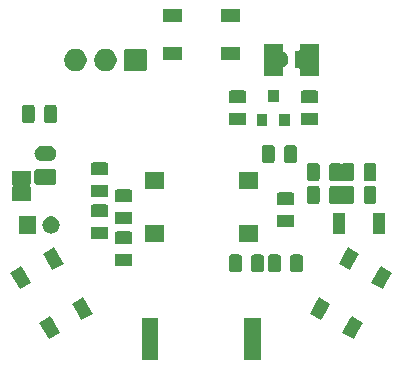
<source format=gbr>
G04 #@! TF.GenerationSoftware,KiCad,Pcbnew,5.0.2+dfsg1-1~bpo9+1*
G04 #@! TF.CreationDate,2019-05-22T13:48:08+02:00*
G04 #@! TF.ProjectId,MainDisk,4d61696e-4469-4736-9b2e-6b696361645f,rev?*
G04 #@! TF.SameCoordinates,Original*
G04 #@! TF.FileFunction,Soldermask,Top*
G04 #@! TF.FilePolarity,Negative*
%FSLAX46Y46*%
G04 Gerber Fmt 4.6, Leading zero omitted, Abs format (unit mm)*
G04 Created by KiCad (PCBNEW 5.0.2+dfsg1-1~bpo9+1) date Wed 22 May 2019 13:48:08 CEST*
%MOMM*%
%LPD*%
G01*
G04 APERTURE LIST*
%ADD10C,0.100000*%
G04 APERTURE END LIST*
D10*
G36*
X157451000Y-82777000D02*
X156049000Y-82777000D01*
X156049000Y-79275000D01*
X157451000Y-79275000D01*
X157451000Y-82777000D01*
X157451000Y-82777000D01*
G37*
G36*
X148751000Y-82777000D02*
X147349000Y-82777000D01*
X147349000Y-79275000D01*
X148751000Y-79275000D01*
X148751000Y-82777000D01*
X148751000Y-82777000D01*
G37*
G36*
X139811399Y-79456149D02*
X140417039Y-80505148D01*
X140417039Y-80505149D01*
X139462679Y-81056149D01*
X139062179Y-80362462D01*
X138661679Y-79668776D01*
X138661679Y-79668775D01*
X139616039Y-79117775D01*
X139811399Y-79456149D01*
X139811399Y-79456149D01*
G37*
G36*
X166087521Y-79668775D02*
X166087521Y-79668776D01*
X165687021Y-80362462D01*
X165286521Y-81056149D01*
X164332161Y-80505149D01*
X164332161Y-80505148D01*
X164937801Y-79456149D01*
X165133161Y-79117775D01*
X166087521Y-79668775D01*
X166087521Y-79668775D01*
G37*
G36*
X142705441Y-78068775D02*
X143188321Y-78905148D01*
X143188321Y-78905149D01*
X142233961Y-79456149D01*
X141833461Y-78762462D01*
X141432961Y-78068776D01*
X141432961Y-78068775D01*
X142387321Y-77517775D01*
X142705441Y-78068775D01*
X142705441Y-78068775D01*
G37*
G36*
X163316239Y-78068775D02*
X163316239Y-78068776D01*
X162915739Y-78762462D01*
X162515239Y-79456149D01*
X161560879Y-78905149D01*
X161560879Y-78905148D01*
X162043759Y-78068775D01*
X162361879Y-77517775D01*
X163316239Y-78068775D01*
X163316239Y-78068775D01*
G37*
G36*
X137455839Y-75376200D02*
X137967039Y-76261624D01*
X137967039Y-76261625D01*
X137012679Y-76812625D01*
X136612179Y-76118938D01*
X136211679Y-75425252D01*
X136211679Y-75425251D01*
X137166039Y-74874251D01*
X137455839Y-75376200D01*
X137455839Y-75376200D01*
G37*
G36*
X168537521Y-75425251D02*
X168537521Y-75425252D01*
X168137021Y-76118938D01*
X167736521Y-76812625D01*
X166782161Y-76261625D01*
X166782161Y-76261624D01*
X167293361Y-75376200D01*
X167583161Y-74874251D01*
X168537521Y-75425251D01*
X168537521Y-75425251D01*
G37*
G36*
X158946466Y-73878765D02*
X158985137Y-73890496D01*
X159020779Y-73909548D01*
X159052017Y-73935183D01*
X159077652Y-73966421D01*
X159096704Y-74002063D01*
X159108435Y-74040734D01*
X159113000Y-74087088D01*
X159113000Y-75163312D01*
X159108435Y-75209666D01*
X159096704Y-75248337D01*
X159077652Y-75283979D01*
X159052017Y-75315217D01*
X159020779Y-75340852D01*
X158985137Y-75359904D01*
X158946466Y-75371635D01*
X158900112Y-75376200D01*
X158248888Y-75376200D01*
X158202534Y-75371635D01*
X158163863Y-75359904D01*
X158128221Y-75340852D01*
X158096983Y-75315217D01*
X158071348Y-75283979D01*
X158052296Y-75248337D01*
X158040565Y-75209666D01*
X158036000Y-75163312D01*
X158036000Y-74087088D01*
X158040565Y-74040734D01*
X158052296Y-74002063D01*
X158071348Y-73966421D01*
X158096983Y-73935183D01*
X158128221Y-73909548D01*
X158163863Y-73890496D01*
X158202534Y-73878765D01*
X158248888Y-73874200D01*
X158900112Y-73874200D01*
X158946466Y-73878765D01*
X158946466Y-73878765D01*
G37*
G36*
X160821466Y-73878765D02*
X160860137Y-73890496D01*
X160895779Y-73909548D01*
X160927017Y-73935183D01*
X160952652Y-73966421D01*
X160971704Y-74002063D01*
X160983435Y-74040734D01*
X160988000Y-74087088D01*
X160988000Y-75163312D01*
X160983435Y-75209666D01*
X160971704Y-75248337D01*
X160952652Y-75283979D01*
X160927017Y-75315217D01*
X160895779Y-75340852D01*
X160860137Y-75359904D01*
X160821466Y-75371635D01*
X160775112Y-75376200D01*
X160123888Y-75376200D01*
X160077534Y-75371635D01*
X160038863Y-75359904D01*
X160003221Y-75340852D01*
X159971983Y-75315217D01*
X159946348Y-75283979D01*
X159927296Y-75248337D01*
X159915565Y-75209666D01*
X159911000Y-75163312D01*
X159911000Y-74087088D01*
X159915565Y-74040734D01*
X159927296Y-74002063D01*
X159946348Y-73966421D01*
X159971983Y-73935183D01*
X160003221Y-73909548D01*
X160038863Y-73890496D01*
X160077534Y-73878765D01*
X160123888Y-73874200D01*
X160775112Y-73874200D01*
X160821466Y-73878765D01*
X160821466Y-73878765D01*
G37*
G36*
X155644466Y-73878765D02*
X155683137Y-73890496D01*
X155718779Y-73909548D01*
X155750017Y-73935183D01*
X155775652Y-73966421D01*
X155794704Y-74002063D01*
X155806435Y-74040734D01*
X155811000Y-74087088D01*
X155811000Y-75163312D01*
X155806435Y-75209666D01*
X155794704Y-75248337D01*
X155775652Y-75283979D01*
X155750017Y-75315217D01*
X155718779Y-75340852D01*
X155683137Y-75359904D01*
X155644466Y-75371635D01*
X155598112Y-75376200D01*
X154946888Y-75376200D01*
X154900534Y-75371635D01*
X154861863Y-75359904D01*
X154826221Y-75340852D01*
X154794983Y-75315217D01*
X154769348Y-75283979D01*
X154750296Y-75248337D01*
X154738565Y-75209666D01*
X154734000Y-75163312D01*
X154734000Y-74087088D01*
X154738565Y-74040734D01*
X154750296Y-74002063D01*
X154769348Y-73966421D01*
X154794983Y-73935183D01*
X154826221Y-73909548D01*
X154861863Y-73890496D01*
X154900534Y-73878765D01*
X154946888Y-73874200D01*
X155598112Y-73874200D01*
X155644466Y-73878765D01*
X155644466Y-73878765D01*
G37*
G36*
X157519466Y-73878765D02*
X157558137Y-73890496D01*
X157593779Y-73909548D01*
X157625017Y-73935183D01*
X157650652Y-73966421D01*
X157669704Y-74002063D01*
X157681435Y-74040734D01*
X157686000Y-74087088D01*
X157686000Y-75163312D01*
X157681435Y-75209666D01*
X157669704Y-75248337D01*
X157650652Y-75283979D01*
X157625017Y-75315217D01*
X157593779Y-75340852D01*
X157558137Y-75359904D01*
X157519466Y-75371635D01*
X157473112Y-75376200D01*
X156821888Y-75376200D01*
X156775534Y-75371635D01*
X156736863Y-75359904D01*
X156701221Y-75340852D01*
X156669983Y-75315217D01*
X156644348Y-75283979D01*
X156625296Y-75248337D01*
X156613565Y-75209666D01*
X156609000Y-75163312D01*
X156609000Y-74087088D01*
X156613565Y-74040734D01*
X156625296Y-74002063D01*
X156644348Y-73966421D01*
X156669983Y-73935183D01*
X156701221Y-73909548D01*
X156736863Y-73890496D01*
X156775534Y-73878765D01*
X156821888Y-73874200D01*
X157473112Y-73874200D01*
X157519466Y-73878765D01*
X157519466Y-73878765D01*
G37*
G36*
X140264157Y-73840348D02*
X140738321Y-74661624D01*
X140738321Y-74661625D01*
X139783961Y-75212625D01*
X139136346Y-74090922D01*
X138982961Y-73825252D01*
X138982961Y-73825251D01*
X139937321Y-73274251D01*
X140264157Y-73840348D01*
X140264157Y-73840348D01*
G37*
G36*
X165766239Y-73825251D02*
X165766239Y-73825252D01*
X165612854Y-74090922D01*
X164965239Y-75212625D01*
X164010879Y-74661625D01*
X164010879Y-74661624D01*
X164485043Y-73840348D01*
X164811879Y-73274251D01*
X165766239Y-73825251D01*
X165766239Y-73825251D01*
G37*
G36*
X146380466Y-73809565D02*
X146419137Y-73821296D01*
X146454779Y-73840348D01*
X146486017Y-73865983D01*
X146511652Y-73897221D01*
X146530704Y-73932863D01*
X146542435Y-73971534D01*
X146547000Y-74017888D01*
X146547000Y-74669112D01*
X146542435Y-74715466D01*
X146530704Y-74754137D01*
X146511652Y-74789779D01*
X146486017Y-74821017D01*
X146454779Y-74846652D01*
X146419137Y-74865704D01*
X146380466Y-74877435D01*
X146334112Y-74882000D01*
X145257888Y-74882000D01*
X145211534Y-74877435D01*
X145172863Y-74865704D01*
X145137221Y-74846652D01*
X145105983Y-74821017D01*
X145080348Y-74789779D01*
X145061296Y-74754137D01*
X145049565Y-74715466D01*
X145045000Y-74669112D01*
X145045000Y-74017888D01*
X145049565Y-73971534D01*
X145061296Y-73932863D01*
X145080348Y-73897221D01*
X145105983Y-73865983D01*
X145137221Y-73840348D01*
X145172863Y-73821296D01*
X145211534Y-73809565D01*
X145257888Y-73805000D01*
X146334112Y-73805000D01*
X146380466Y-73809565D01*
X146380466Y-73809565D01*
G37*
G36*
X146380466Y-71934565D02*
X146419137Y-71946296D01*
X146454779Y-71965348D01*
X146486017Y-71990983D01*
X146511652Y-72022221D01*
X146530704Y-72057863D01*
X146542435Y-72096534D01*
X146547000Y-72142888D01*
X146547000Y-72794112D01*
X146542435Y-72840466D01*
X146530704Y-72879137D01*
X146511652Y-72914779D01*
X146486017Y-72946017D01*
X146454779Y-72971652D01*
X146419137Y-72990704D01*
X146380466Y-73002435D01*
X146334112Y-73007000D01*
X145257888Y-73007000D01*
X145211534Y-73002435D01*
X145172863Y-72990704D01*
X145137221Y-72971652D01*
X145105983Y-72946017D01*
X145080348Y-72914779D01*
X145061296Y-72879137D01*
X145049565Y-72840466D01*
X145045000Y-72794112D01*
X145045000Y-72142888D01*
X145049565Y-72096534D01*
X145061296Y-72057863D01*
X145080348Y-72022221D01*
X145105983Y-71990983D01*
X145137221Y-71965348D01*
X145172863Y-71946296D01*
X145211534Y-71934565D01*
X145257888Y-71930000D01*
X146334112Y-71930000D01*
X146380466Y-71934565D01*
X146380466Y-71934565D01*
G37*
G36*
X149246000Y-72801000D02*
X147594000Y-72801000D01*
X147594000Y-71399000D01*
X149246000Y-71399000D01*
X149246000Y-72801000D01*
X149246000Y-72801000D01*
G37*
G36*
X157206000Y-72801000D02*
X155554000Y-72801000D01*
X155554000Y-71399000D01*
X157206000Y-71399000D01*
X157206000Y-72801000D01*
X157206000Y-72801000D01*
G37*
G36*
X144348466Y-71523565D02*
X144387137Y-71535296D01*
X144422779Y-71554348D01*
X144454017Y-71579983D01*
X144479652Y-71611221D01*
X144498704Y-71646863D01*
X144510435Y-71685534D01*
X144515000Y-71731888D01*
X144515000Y-72383112D01*
X144510435Y-72429466D01*
X144498704Y-72468137D01*
X144479652Y-72503779D01*
X144454017Y-72535017D01*
X144422779Y-72560652D01*
X144387137Y-72579704D01*
X144348466Y-72591435D01*
X144302112Y-72596000D01*
X143225888Y-72596000D01*
X143179534Y-72591435D01*
X143140863Y-72579704D01*
X143105221Y-72560652D01*
X143073983Y-72535017D01*
X143048348Y-72503779D01*
X143029296Y-72468137D01*
X143017565Y-72429466D01*
X143013000Y-72383112D01*
X143013000Y-71731888D01*
X143017565Y-71685534D01*
X143029296Y-71646863D01*
X143048348Y-71611221D01*
X143073983Y-71579983D01*
X143105221Y-71554348D01*
X143140863Y-71535296D01*
X143179534Y-71523565D01*
X143225888Y-71519000D01*
X144302112Y-71519000D01*
X144348466Y-71523565D01*
X144348466Y-71523565D01*
G37*
G36*
X164561400Y-72173400D02*
X163559400Y-72173400D01*
X163559400Y-70371400D01*
X164561400Y-70371400D01*
X164561400Y-72173400D01*
X164561400Y-72173400D01*
G37*
G36*
X167961400Y-72173400D02*
X166959400Y-72173400D01*
X166959400Y-70371400D01*
X167961400Y-70371400D01*
X167961400Y-72173400D01*
X167961400Y-72173400D01*
G37*
G36*
X139724991Y-70650101D02*
X139810321Y-70658505D01*
X139947172Y-70700019D01*
X139947174Y-70700020D01*
X139947177Y-70700021D01*
X140073296Y-70767432D01*
X140183843Y-70858157D01*
X140274568Y-70968704D01*
X140341979Y-71094823D01*
X140341980Y-71094826D01*
X140341981Y-71094828D01*
X140383495Y-71231679D01*
X140397512Y-71374000D01*
X140383495Y-71516321D01*
X140341981Y-71653172D01*
X140341979Y-71653177D01*
X140274568Y-71779296D01*
X140183843Y-71889843D01*
X140073296Y-71980568D01*
X139947177Y-72047979D01*
X139947174Y-72047980D01*
X139947172Y-72047981D01*
X139810321Y-72089495D01*
X139724991Y-72097899D01*
X139703660Y-72100000D01*
X139632340Y-72100000D01*
X139611009Y-72097899D01*
X139525679Y-72089495D01*
X139388828Y-72047981D01*
X139388826Y-72047980D01*
X139388823Y-72047979D01*
X139262704Y-71980568D01*
X139152157Y-71889843D01*
X139061432Y-71779296D01*
X138994021Y-71653177D01*
X138994019Y-71653172D01*
X138952505Y-71516321D01*
X138938488Y-71374000D01*
X138952505Y-71231679D01*
X138994019Y-71094828D01*
X138994020Y-71094826D01*
X138994021Y-71094823D01*
X139061432Y-70968704D01*
X139152157Y-70858157D01*
X139262704Y-70767432D01*
X139388823Y-70700021D01*
X139388826Y-70700020D01*
X139388828Y-70700019D01*
X139525679Y-70658505D01*
X139611009Y-70650101D01*
X139632340Y-70648000D01*
X139703660Y-70648000D01*
X139724991Y-70650101D01*
X139724991Y-70650101D01*
G37*
G36*
X138394000Y-72100000D02*
X136942000Y-72100000D01*
X136942000Y-70648000D01*
X138394000Y-70648000D01*
X138394000Y-72100000D01*
X138394000Y-72100000D01*
G37*
G36*
X160096466Y-70507565D02*
X160135137Y-70519296D01*
X160170779Y-70538348D01*
X160202017Y-70563983D01*
X160227652Y-70595221D01*
X160246704Y-70630863D01*
X160258435Y-70669534D01*
X160263000Y-70715888D01*
X160263000Y-71367112D01*
X160258435Y-71413466D01*
X160246704Y-71452137D01*
X160227652Y-71487779D01*
X160202017Y-71519017D01*
X160170779Y-71544652D01*
X160135137Y-71563704D01*
X160096466Y-71575435D01*
X160050112Y-71580000D01*
X158973888Y-71580000D01*
X158927534Y-71575435D01*
X158888863Y-71563704D01*
X158853221Y-71544652D01*
X158821983Y-71519017D01*
X158796348Y-71487779D01*
X158777296Y-71452137D01*
X158765565Y-71413466D01*
X158761000Y-71367112D01*
X158761000Y-70715888D01*
X158765565Y-70669534D01*
X158777296Y-70630863D01*
X158796348Y-70595221D01*
X158821983Y-70563983D01*
X158853221Y-70538348D01*
X158888863Y-70519296D01*
X158927534Y-70507565D01*
X158973888Y-70503000D01*
X160050112Y-70503000D01*
X160096466Y-70507565D01*
X160096466Y-70507565D01*
G37*
G36*
X146380466Y-70253565D02*
X146419137Y-70265296D01*
X146454779Y-70284348D01*
X146486017Y-70309983D01*
X146511652Y-70341221D01*
X146530704Y-70376863D01*
X146542435Y-70415534D01*
X146547000Y-70461888D01*
X146547000Y-71113112D01*
X146542435Y-71159466D01*
X146530704Y-71198137D01*
X146511652Y-71233779D01*
X146486017Y-71265017D01*
X146454779Y-71290652D01*
X146419137Y-71309704D01*
X146380466Y-71321435D01*
X146334112Y-71326000D01*
X145257888Y-71326000D01*
X145211534Y-71321435D01*
X145172863Y-71309704D01*
X145137221Y-71290652D01*
X145105983Y-71265017D01*
X145080348Y-71233779D01*
X145061296Y-71198137D01*
X145049565Y-71159466D01*
X145045000Y-71113112D01*
X145045000Y-70461888D01*
X145049565Y-70415534D01*
X145061296Y-70376863D01*
X145080348Y-70341221D01*
X145105983Y-70309983D01*
X145137221Y-70284348D01*
X145172863Y-70265296D01*
X145211534Y-70253565D01*
X145257888Y-70249000D01*
X146334112Y-70249000D01*
X146380466Y-70253565D01*
X146380466Y-70253565D01*
G37*
G36*
X144348466Y-69648565D02*
X144387137Y-69660296D01*
X144422779Y-69679348D01*
X144454017Y-69704983D01*
X144479652Y-69736221D01*
X144498704Y-69771863D01*
X144510435Y-69810534D01*
X144515000Y-69856888D01*
X144515000Y-70508112D01*
X144510435Y-70554465D01*
X144498704Y-70593137D01*
X144479652Y-70628779D01*
X144454017Y-70660017D01*
X144422779Y-70685652D01*
X144387137Y-70704704D01*
X144348466Y-70716435D01*
X144302112Y-70721000D01*
X143225888Y-70721000D01*
X143179534Y-70716435D01*
X143140863Y-70704704D01*
X143105221Y-70685652D01*
X143073983Y-70660017D01*
X143048348Y-70628779D01*
X143029296Y-70593137D01*
X143017565Y-70554465D01*
X143013000Y-70508112D01*
X143013000Y-69856888D01*
X143017565Y-69810534D01*
X143029296Y-69771863D01*
X143048348Y-69736221D01*
X143073983Y-69704983D01*
X143105221Y-69679348D01*
X143140863Y-69660296D01*
X143179534Y-69648565D01*
X143225888Y-69644000D01*
X144302112Y-69644000D01*
X144348466Y-69648565D01*
X144348466Y-69648565D01*
G37*
G36*
X160096466Y-68632565D02*
X160135137Y-68644296D01*
X160170779Y-68663348D01*
X160202017Y-68688983D01*
X160227652Y-68720221D01*
X160246704Y-68755863D01*
X160258435Y-68794534D01*
X160263000Y-68840888D01*
X160263000Y-69492112D01*
X160258435Y-69538466D01*
X160246704Y-69577137D01*
X160227652Y-69612779D01*
X160202017Y-69644017D01*
X160170779Y-69669652D01*
X160135137Y-69688704D01*
X160096466Y-69700435D01*
X160050112Y-69705000D01*
X158973888Y-69705000D01*
X158927534Y-69700435D01*
X158888863Y-69688704D01*
X158853221Y-69669652D01*
X158821983Y-69644017D01*
X158796348Y-69612779D01*
X158777296Y-69577137D01*
X158765565Y-69538466D01*
X158761000Y-69492112D01*
X158761000Y-68840888D01*
X158765565Y-68794534D01*
X158777296Y-68755863D01*
X158796348Y-68720221D01*
X158821983Y-68688983D01*
X158853221Y-68663348D01*
X158888863Y-68644296D01*
X158927534Y-68632565D01*
X158973888Y-68628000D01*
X160050112Y-68628000D01*
X160096466Y-68632565D01*
X160096466Y-68632565D01*
G37*
G36*
X167044466Y-68087565D02*
X167083137Y-68099296D01*
X167118779Y-68118348D01*
X167150017Y-68143983D01*
X167175652Y-68175221D01*
X167194704Y-68210863D01*
X167206435Y-68249534D01*
X167211000Y-68295888D01*
X167211000Y-69372112D01*
X167206435Y-69418466D01*
X167194704Y-69457137D01*
X167175652Y-69492779D01*
X167150017Y-69524017D01*
X167118779Y-69549652D01*
X167083137Y-69568704D01*
X167044466Y-69580435D01*
X166998112Y-69585000D01*
X166346888Y-69585000D01*
X166300534Y-69580435D01*
X166261863Y-69568704D01*
X166226221Y-69549652D01*
X166194983Y-69524017D01*
X166169348Y-69492779D01*
X166150296Y-69457137D01*
X166138565Y-69418466D01*
X166134000Y-69372112D01*
X166134000Y-68295888D01*
X166138565Y-68249534D01*
X166150296Y-68210863D01*
X166169348Y-68175221D01*
X166194983Y-68143983D01*
X166226221Y-68118348D01*
X166261863Y-68099296D01*
X166300534Y-68087565D01*
X166346888Y-68083000D01*
X166998112Y-68083000D01*
X167044466Y-68087565D01*
X167044466Y-68087565D01*
G37*
G36*
X164123466Y-68087565D02*
X164162137Y-68099296D01*
X164200717Y-68119918D01*
X164215580Y-68129848D01*
X164238220Y-68139224D01*
X164262253Y-68144004D01*
X164286758Y-68144003D01*
X164310791Y-68139221D01*
X164333429Y-68129843D01*
X164348285Y-68119917D01*
X164386863Y-68099296D01*
X164425534Y-68087565D01*
X164471888Y-68083000D01*
X165123112Y-68083000D01*
X165169466Y-68087565D01*
X165208137Y-68099296D01*
X165243779Y-68118348D01*
X165275017Y-68143983D01*
X165300652Y-68175221D01*
X165319704Y-68210863D01*
X165331435Y-68249534D01*
X165336000Y-68295888D01*
X165336000Y-69372112D01*
X165331435Y-69418466D01*
X165319704Y-69457137D01*
X165300652Y-69492779D01*
X165275017Y-69524017D01*
X165243779Y-69549652D01*
X165208137Y-69568704D01*
X165169466Y-69580435D01*
X165123112Y-69585000D01*
X164471888Y-69585000D01*
X164425534Y-69580435D01*
X164386863Y-69568704D01*
X164348283Y-69548082D01*
X164333420Y-69538152D01*
X164310780Y-69528776D01*
X164286747Y-69523996D01*
X164262242Y-69523997D01*
X164238209Y-69528779D01*
X164215571Y-69538157D01*
X164200715Y-69548083D01*
X164162137Y-69568704D01*
X164123466Y-69580435D01*
X164077112Y-69585000D01*
X163425888Y-69585000D01*
X163379534Y-69580435D01*
X163340863Y-69568704D01*
X163305221Y-69549652D01*
X163273983Y-69524017D01*
X163248348Y-69492779D01*
X163229296Y-69457137D01*
X163217565Y-69418466D01*
X163213000Y-69372112D01*
X163213000Y-68295888D01*
X163217565Y-68249534D01*
X163229296Y-68210863D01*
X163248348Y-68175221D01*
X163273983Y-68143983D01*
X163305221Y-68118348D01*
X163340863Y-68099296D01*
X163379534Y-68087565D01*
X163425888Y-68083000D01*
X164077112Y-68083000D01*
X164123466Y-68087565D01*
X164123466Y-68087565D01*
G37*
G36*
X162248466Y-68087565D02*
X162287137Y-68099296D01*
X162322779Y-68118348D01*
X162354017Y-68143983D01*
X162379652Y-68175221D01*
X162398704Y-68210863D01*
X162410435Y-68249534D01*
X162415000Y-68295888D01*
X162415000Y-69372112D01*
X162410435Y-69418466D01*
X162398704Y-69457137D01*
X162379652Y-69492779D01*
X162354017Y-69524017D01*
X162322779Y-69549652D01*
X162287137Y-69568704D01*
X162248466Y-69580435D01*
X162202112Y-69585000D01*
X161550888Y-69585000D01*
X161504534Y-69580435D01*
X161465863Y-69568704D01*
X161430221Y-69549652D01*
X161398983Y-69524017D01*
X161373348Y-69492779D01*
X161354296Y-69457137D01*
X161342565Y-69418466D01*
X161338000Y-69372112D01*
X161338000Y-68295888D01*
X161342565Y-68249534D01*
X161354296Y-68210863D01*
X161373348Y-68175221D01*
X161398983Y-68143983D01*
X161430221Y-68118348D01*
X161465863Y-68099296D01*
X161504534Y-68087565D01*
X161550888Y-68083000D01*
X162202112Y-68083000D01*
X162248466Y-68087565D01*
X162248466Y-68087565D01*
G37*
G36*
X146380466Y-68378565D02*
X146419137Y-68390296D01*
X146454779Y-68409348D01*
X146486017Y-68434983D01*
X146511652Y-68466221D01*
X146530704Y-68501863D01*
X146542435Y-68540534D01*
X146547000Y-68586888D01*
X146547000Y-69238112D01*
X146542435Y-69284466D01*
X146530704Y-69323137D01*
X146511652Y-69358779D01*
X146486017Y-69390017D01*
X146454779Y-69415652D01*
X146419137Y-69434704D01*
X146380466Y-69446435D01*
X146334112Y-69451000D01*
X145257888Y-69451000D01*
X145211534Y-69446435D01*
X145172863Y-69434704D01*
X145137221Y-69415652D01*
X145105983Y-69390017D01*
X145080348Y-69358779D01*
X145061296Y-69323137D01*
X145049565Y-69284466D01*
X145045000Y-69238112D01*
X145045000Y-68586888D01*
X145049565Y-68540534D01*
X145061296Y-68501863D01*
X145080348Y-68466221D01*
X145105983Y-68434983D01*
X145137221Y-68409348D01*
X145172863Y-68390296D01*
X145211534Y-68378565D01*
X145257888Y-68374000D01*
X146334112Y-68374000D01*
X146380466Y-68378565D01*
X146380466Y-68378565D01*
G37*
G36*
X137919999Y-66833738D02*
X137929611Y-66836654D01*
X137938469Y-66841389D01*
X137946237Y-66847764D01*
X137952612Y-66855532D01*
X137957347Y-66864390D01*
X137960263Y-66874002D01*
X137961852Y-66890141D01*
X137961852Y-67877861D01*
X137960263Y-67894000D01*
X137957347Y-67903612D01*
X137952612Y-67912470D01*
X137952610Y-67912472D01*
X137946237Y-67920238D01*
X137938427Y-67926641D01*
X137938378Y-67926674D01*
X137928850Y-67934485D01*
X137928875Y-67934515D01*
X137915026Y-67945858D01*
X137899462Y-67964784D01*
X137887889Y-67986383D01*
X137880752Y-68009825D01*
X137878326Y-68034209D01*
X137880704Y-68058598D01*
X137887793Y-68082054D01*
X137899323Y-68103677D01*
X137914850Y-68122634D01*
X137929234Y-68133325D01*
X137929007Y-68133601D01*
X137938511Y-68141417D01*
X137938516Y-68141420D01*
X137946275Y-68147802D01*
X137946279Y-68147806D01*
X137952640Y-68155573D01*
X137957368Y-68164441D01*
X137960282Y-68174083D01*
X137961852Y-68190113D01*
X137961852Y-69327861D01*
X137960263Y-69344000D01*
X137957347Y-69353612D01*
X137952612Y-69362470D01*
X137946237Y-69370238D01*
X137938469Y-69376613D01*
X137929611Y-69381348D01*
X137919999Y-69384264D01*
X137903860Y-69385853D01*
X136416140Y-69385853D01*
X136400001Y-69384264D01*
X136390389Y-69381348D01*
X136381531Y-69376613D01*
X136373763Y-69370238D01*
X136367388Y-69362470D01*
X136362653Y-69353612D01*
X136359737Y-69344000D01*
X136358148Y-69327861D01*
X136358148Y-68190141D01*
X136359737Y-68174002D01*
X136362653Y-68164390D01*
X136367388Y-68155532D01*
X136373763Y-68147764D01*
X136386736Y-68137117D01*
X136395959Y-68130955D01*
X136413287Y-68113628D01*
X136426901Y-68093254D01*
X136436279Y-68070615D01*
X136441061Y-68046582D01*
X136441061Y-68022078D01*
X136436282Y-67998044D01*
X136426905Y-67975405D01*
X136413292Y-67955030D01*
X136395965Y-67937702D01*
X136386673Y-67930818D01*
X136373805Y-67920280D01*
X136373801Y-67920276D01*
X136367419Y-67912517D01*
X136362674Y-67903662D01*
X136359748Y-67894051D01*
X136358753Y-67884001D01*
X136358753Y-67883935D01*
X136358148Y-67877826D01*
X136358148Y-66890141D01*
X136359737Y-66874002D01*
X136362653Y-66864390D01*
X136367388Y-66855532D01*
X136373763Y-66847764D01*
X136381531Y-66841389D01*
X136390389Y-66836654D01*
X136400001Y-66833738D01*
X136416140Y-66832149D01*
X137903860Y-66832149D01*
X137919999Y-66833738D01*
X137919999Y-66833738D01*
G37*
G36*
X144348466Y-67967565D02*
X144387137Y-67979296D01*
X144422779Y-67998348D01*
X144454017Y-68023983D01*
X144479652Y-68055221D01*
X144498704Y-68090863D01*
X144510435Y-68129534D01*
X144515000Y-68175888D01*
X144515000Y-68827112D01*
X144510435Y-68873466D01*
X144498704Y-68912137D01*
X144479652Y-68947779D01*
X144454017Y-68979017D01*
X144422779Y-69004652D01*
X144387137Y-69023704D01*
X144348466Y-69035435D01*
X144302112Y-69040000D01*
X143225888Y-69040000D01*
X143179534Y-69035435D01*
X143140863Y-69023704D01*
X143105221Y-69004652D01*
X143073983Y-68979017D01*
X143048348Y-68947779D01*
X143029296Y-68912137D01*
X143017565Y-68873466D01*
X143013000Y-68827112D01*
X143013000Y-68175888D01*
X143017565Y-68129534D01*
X143029296Y-68090863D01*
X143048348Y-68055221D01*
X143073983Y-68023983D01*
X143105221Y-67998348D01*
X143140863Y-67979296D01*
X143179534Y-67967565D01*
X143225888Y-67963000D01*
X144302112Y-67963000D01*
X144348466Y-67967565D01*
X144348466Y-67967565D01*
G37*
G36*
X157206000Y-68301000D02*
X155554000Y-68301000D01*
X155554000Y-66899000D01*
X157206000Y-66899000D01*
X157206000Y-68301000D01*
X157206000Y-68301000D01*
G37*
G36*
X149246000Y-68301000D02*
X147594000Y-68301000D01*
X147594000Y-66899000D01*
X149246000Y-66899000D01*
X149246000Y-68301000D01*
X149246000Y-68301000D01*
G37*
G36*
X139958242Y-66663404D02*
X139995339Y-66674657D01*
X140029520Y-66692927D01*
X140059482Y-66717518D01*
X140084073Y-66747480D01*
X140102343Y-66781661D01*
X140113596Y-66818758D01*
X140118000Y-66863473D01*
X140118000Y-67756527D01*
X140113596Y-67801242D01*
X140102343Y-67838339D01*
X140084073Y-67872520D01*
X140059482Y-67902482D01*
X140029520Y-67927073D01*
X139995339Y-67945343D01*
X139958242Y-67956596D01*
X139913527Y-67961000D01*
X138470473Y-67961000D01*
X138425758Y-67956596D01*
X138388661Y-67945343D01*
X138354480Y-67927073D01*
X138324518Y-67902482D01*
X138299927Y-67872520D01*
X138281657Y-67838339D01*
X138270404Y-67801242D01*
X138266000Y-67756527D01*
X138266000Y-66863473D01*
X138270404Y-66818758D01*
X138281657Y-66781661D01*
X138299927Y-66747480D01*
X138324518Y-66717518D01*
X138354480Y-66692927D01*
X138388661Y-66674657D01*
X138425758Y-66663404D01*
X138470473Y-66659000D01*
X139913527Y-66659000D01*
X139958242Y-66663404D01*
X139958242Y-66663404D01*
G37*
G36*
X162248466Y-66157165D02*
X162287137Y-66168896D01*
X162322779Y-66187948D01*
X162354017Y-66213583D01*
X162379652Y-66244821D01*
X162398704Y-66280463D01*
X162410435Y-66319134D01*
X162415000Y-66365488D01*
X162415000Y-67441712D01*
X162410435Y-67488066D01*
X162398704Y-67526737D01*
X162379652Y-67562379D01*
X162354017Y-67593617D01*
X162322779Y-67619252D01*
X162287137Y-67638304D01*
X162248466Y-67650035D01*
X162202112Y-67654600D01*
X161550888Y-67654600D01*
X161504534Y-67650035D01*
X161465863Y-67638304D01*
X161430221Y-67619252D01*
X161398983Y-67593617D01*
X161373348Y-67562379D01*
X161354296Y-67526737D01*
X161342565Y-67488066D01*
X161338000Y-67441712D01*
X161338000Y-66365488D01*
X161342565Y-66319134D01*
X161354296Y-66280463D01*
X161373348Y-66244821D01*
X161398983Y-66213583D01*
X161430221Y-66187948D01*
X161465863Y-66168896D01*
X161504534Y-66157165D01*
X161550888Y-66152600D01*
X162202112Y-66152600D01*
X162248466Y-66157165D01*
X162248466Y-66157165D01*
G37*
G36*
X164123466Y-66157165D02*
X164162137Y-66168896D01*
X164200717Y-66189518D01*
X164215580Y-66199448D01*
X164238220Y-66208824D01*
X164262253Y-66213604D01*
X164286758Y-66213603D01*
X164310791Y-66208821D01*
X164333429Y-66199443D01*
X164348285Y-66189517D01*
X164386863Y-66168896D01*
X164425534Y-66157165D01*
X164471888Y-66152600D01*
X165123112Y-66152600D01*
X165169466Y-66157165D01*
X165208137Y-66168896D01*
X165243779Y-66187948D01*
X165275017Y-66213583D01*
X165300652Y-66244821D01*
X165319704Y-66280463D01*
X165331435Y-66319134D01*
X165336000Y-66365488D01*
X165336000Y-67441712D01*
X165331435Y-67488066D01*
X165319704Y-67526737D01*
X165300652Y-67562379D01*
X165275017Y-67593617D01*
X165243779Y-67619252D01*
X165208137Y-67638304D01*
X165169466Y-67650035D01*
X165123112Y-67654600D01*
X164471888Y-67654600D01*
X164425534Y-67650035D01*
X164386863Y-67638304D01*
X164348283Y-67617682D01*
X164333420Y-67607752D01*
X164310780Y-67598376D01*
X164286747Y-67593596D01*
X164262242Y-67593597D01*
X164238209Y-67598379D01*
X164215571Y-67607757D01*
X164200715Y-67617683D01*
X164162137Y-67638304D01*
X164123466Y-67650035D01*
X164077112Y-67654600D01*
X163425888Y-67654600D01*
X163379534Y-67650035D01*
X163340863Y-67638304D01*
X163305221Y-67619252D01*
X163273983Y-67593617D01*
X163248348Y-67562379D01*
X163229296Y-67526737D01*
X163217565Y-67488066D01*
X163213000Y-67441712D01*
X163213000Y-66365488D01*
X163217565Y-66319134D01*
X163229296Y-66280463D01*
X163248348Y-66244821D01*
X163273983Y-66213583D01*
X163305221Y-66187948D01*
X163340863Y-66168896D01*
X163379534Y-66157165D01*
X163425888Y-66152600D01*
X164077112Y-66152600D01*
X164123466Y-66157165D01*
X164123466Y-66157165D01*
G37*
G36*
X167044466Y-66157165D02*
X167083137Y-66168896D01*
X167118779Y-66187948D01*
X167150017Y-66213583D01*
X167175652Y-66244821D01*
X167194704Y-66280463D01*
X167206435Y-66319134D01*
X167211000Y-66365488D01*
X167211000Y-67441712D01*
X167206435Y-67488066D01*
X167194704Y-67526737D01*
X167175652Y-67562379D01*
X167150017Y-67593617D01*
X167118779Y-67619252D01*
X167083137Y-67638304D01*
X167044466Y-67650035D01*
X166998112Y-67654600D01*
X166346888Y-67654600D01*
X166300534Y-67650035D01*
X166261863Y-67638304D01*
X166226221Y-67619252D01*
X166194983Y-67593617D01*
X166169348Y-67562379D01*
X166150296Y-67526737D01*
X166138565Y-67488066D01*
X166134000Y-67441712D01*
X166134000Y-66365488D01*
X166138565Y-66319134D01*
X166150296Y-66280463D01*
X166169348Y-66244821D01*
X166194983Y-66213583D01*
X166226221Y-66187948D01*
X166261863Y-66168896D01*
X166300534Y-66157165D01*
X166346888Y-66152600D01*
X166998112Y-66152600D01*
X167044466Y-66157165D01*
X167044466Y-66157165D01*
G37*
G36*
X144348466Y-66092565D02*
X144387137Y-66104296D01*
X144422779Y-66123348D01*
X144454017Y-66148983D01*
X144479652Y-66180221D01*
X144498704Y-66215863D01*
X144510435Y-66254534D01*
X144515000Y-66300888D01*
X144515000Y-66952112D01*
X144510435Y-66998466D01*
X144498704Y-67037137D01*
X144479652Y-67072779D01*
X144454017Y-67104017D01*
X144422779Y-67129652D01*
X144387137Y-67148704D01*
X144348466Y-67160435D01*
X144302112Y-67165000D01*
X143225888Y-67165000D01*
X143179534Y-67160435D01*
X143140863Y-67148704D01*
X143105221Y-67129652D01*
X143073983Y-67104017D01*
X143048348Y-67072779D01*
X143029296Y-67037137D01*
X143017565Y-66998466D01*
X143013000Y-66952112D01*
X143013000Y-66300888D01*
X143017565Y-66254534D01*
X143029296Y-66215863D01*
X143048348Y-66180221D01*
X143073983Y-66148983D01*
X143105221Y-66123348D01*
X143140863Y-66104296D01*
X143179534Y-66092565D01*
X143225888Y-66088000D01*
X144302112Y-66088000D01*
X144348466Y-66092565D01*
X144348466Y-66092565D01*
G37*
G36*
X160313466Y-64633165D02*
X160352137Y-64644896D01*
X160387779Y-64663948D01*
X160419017Y-64689583D01*
X160444652Y-64720821D01*
X160463704Y-64756463D01*
X160475435Y-64795134D01*
X160480000Y-64841488D01*
X160480000Y-65917712D01*
X160475435Y-65964066D01*
X160463704Y-66002737D01*
X160444652Y-66038379D01*
X160419017Y-66069617D01*
X160387779Y-66095252D01*
X160352137Y-66114304D01*
X160313466Y-66126035D01*
X160267112Y-66130600D01*
X159615888Y-66130600D01*
X159569534Y-66126035D01*
X159530863Y-66114304D01*
X159495221Y-66095252D01*
X159463983Y-66069617D01*
X159438348Y-66038379D01*
X159419296Y-66002737D01*
X159407565Y-65964066D01*
X159403000Y-65917712D01*
X159403000Y-64841488D01*
X159407565Y-64795134D01*
X159419296Y-64756463D01*
X159438348Y-64720821D01*
X159463983Y-64689583D01*
X159495221Y-64663948D01*
X159530863Y-64644896D01*
X159569534Y-64633165D01*
X159615888Y-64628600D01*
X160267112Y-64628600D01*
X160313466Y-64633165D01*
X160313466Y-64633165D01*
G37*
G36*
X158438466Y-64633165D02*
X158477137Y-64644896D01*
X158512779Y-64663948D01*
X158544017Y-64689583D01*
X158569652Y-64720821D01*
X158588704Y-64756463D01*
X158600435Y-64795134D01*
X158605000Y-64841488D01*
X158605000Y-65917712D01*
X158600435Y-65964066D01*
X158588704Y-66002737D01*
X158569652Y-66038379D01*
X158544017Y-66069617D01*
X158512779Y-66095252D01*
X158477137Y-66114304D01*
X158438466Y-66126035D01*
X158392112Y-66130600D01*
X157740888Y-66130600D01*
X157694534Y-66126035D01*
X157655863Y-66114304D01*
X157620221Y-66095252D01*
X157588983Y-66069617D01*
X157563348Y-66038379D01*
X157544296Y-66002737D01*
X157532565Y-65964066D01*
X157528000Y-65917712D01*
X157528000Y-64841488D01*
X157532565Y-64795134D01*
X157544296Y-64756463D01*
X157563348Y-64720821D01*
X157588983Y-64689583D01*
X157620221Y-64663948D01*
X157655863Y-64644896D01*
X157694534Y-64633165D01*
X157740888Y-64628600D01*
X158392112Y-64628600D01*
X158438466Y-64633165D01*
X158438466Y-64633165D01*
G37*
G36*
X139530855Y-64662140D02*
X139594618Y-64668420D01*
X139664383Y-64689583D01*
X139717333Y-64705645D01*
X139797065Y-64748263D01*
X139830426Y-64766095D01*
X139929553Y-64847447D01*
X140010905Y-64946574D01*
X140010906Y-64946576D01*
X140071355Y-65059667D01*
X140071355Y-65059668D01*
X140108580Y-65182382D01*
X140121149Y-65310000D01*
X140108580Y-65437618D01*
X140083763Y-65519427D01*
X140071355Y-65560333D01*
X140017819Y-65660491D01*
X140010905Y-65673426D01*
X139929553Y-65772553D01*
X139830426Y-65853905D01*
X139830424Y-65853906D01*
X139717333Y-65914355D01*
X139676427Y-65926763D01*
X139594618Y-65951580D01*
X139530855Y-65957860D01*
X139498974Y-65961000D01*
X138885026Y-65961000D01*
X138853145Y-65957860D01*
X138789382Y-65951580D01*
X138707573Y-65926763D01*
X138666667Y-65914355D01*
X138553576Y-65853906D01*
X138553574Y-65853905D01*
X138454447Y-65772553D01*
X138373095Y-65673426D01*
X138366181Y-65660491D01*
X138312645Y-65560333D01*
X138300237Y-65519427D01*
X138275420Y-65437618D01*
X138262851Y-65310000D01*
X138275420Y-65182382D01*
X138312645Y-65059668D01*
X138312645Y-65059667D01*
X138373094Y-64946576D01*
X138373095Y-64946574D01*
X138454447Y-64847447D01*
X138553574Y-64766095D01*
X138586935Y-64748263D01*
X138666667Y-64705645D01*
X138719617Y-64689583D01*
X138789382Y-64668420D01*
X138853145Y-64662140D01*
X138885026Y-64659000D01*
X139498974Y-64659000D01*
X139530855Y-64662140D01*
X139530855Y-64662140D01*
G37*
G36*
X157997000Y-62969000D02*
X157095000Y-62969000D01*
X157095000Y-61967000D01*
X157997000Y-61967000D01*
X157997000Y-62969000D01*
X157997000Y-62969000D01*
G37*
G36*
X159897000Y-62969000D02*
X158995000Y-62969000D01*
X158995000Y-61967000D01*
X159897000Y-61967000D01*
X159897000Y-62969000D01*
X159897000Y-62969000D01*
G37*
G36*
X162128466Y-61871565D02*
X162167137Y-61883296D01*
X162202779Y-61902348D01*
X162234017Y-61927983D01*
X162259652Y-61959221D01*
X162278704Y-61994863D01*
X162290435Y-62033534D01*
X162295000Y-62079888D01*
X162295000Y-62731112D01*
X162290435Y-62777466D01*
X162278704Y-62816137D01*
X162259652Y-62851779D01*
X162234017Y-62883017D01*
X162202779Y-62908652D01*
X162167137Y-62927704D01*
X162128466Y-62939435D01*
X162082112Y-62944000D01*
X161005888Y-62944000D01*
X160959534Y-62939435D01*
X160920863Y-62927704D01*
X160885221Y-62908652D01*
X160853983Y-62883017D01*
X160828348Y-62851779D01*
X160809296Y-62816137D01*
X160797565Y-62777466D01*
X160793000Y-62731112D01*
X160793000Y-62079888D01*
X160797565Y-62033534D01*
X160809296Y-61994863D01*
X160828348Y-61959221D01*
X160853983Y-61927983D01*
X160885221Y-61902348D01*
X160920863Y-61883296D01*
X160959534Y-61871565D01*
X161005888Y-61867000D01*
X162082112Y-61867000D01*
X162128466Y-61871565D01*
X162128466Y-61871565D01*
G37*
G36*
X156032466Y-61871565D02*
X156071137Y-61883296D01*
X156106779Y-61902348D01*
X156138017Y-61927983D01*
X156163652Y-61959221D01*
X156182704Y-61994863D01*
X156194435Y-62033534D01*
X156199000Y-62079888D01*
X156199000Y-62731112D01*
X156194435Y-62777466D01*
X156182704Y-62816137D01*
X156163652Y-62851779D01*
X156138017Y-62883017D01*
X156106779Y-62908652D01*
X156071137Y-62927704D01*
X156032466Y-62939435D01*
X155986112Y-62944000D01*
X154909888Y-62944000D01*
X154863534Y-62939435D01*
X154824863Y-62927704D01*
X154789221Y-62908652D01*
X154757983Y-62883017D01*
X154732348Y-62851779D01*
X154713296Y-62816137D01*
X154701565Y-62777466D01*
X154697000Y-62731112D01*
X154697000Y-62079888D01*
X154701565Y-62033534D01*
X154713296Y-61994863D01*
X154732348Y-61959221D01*
X154757983Y-61927983D01*
X154789221Y-61902348D01*
X154824863Y-61883296D01*
X154863534Y-61871565D01*
X154909888Y-61867000D01*
X155986112Y-61867000D01*
X156032466Y-61871565D01*
X156032466Y-61871565D01*
G37*
G36*
X139993466Y-61229565D02*
X140032137Y-61241296D01*
X140067779Y-61260348D01*
X140099017Y-61285983D01*
X140124652Y-61317221D01*
X140143704Y-61352863D01*
X140155435Y-61391534D01*
X140160000Y-61437888D01*
X140160000Y-62514112D01*
X140155435Y-62560466D01*
X140143704Y-62599137D01*
X140124652Y-62634779D01*
X140099017Y-62666017D01*
X140067779Y-62691652D01*
X140032137Y-62710704D01*
X139993466Y-62722435D01*
X139947112Y-62727000D01*
X139295888Y-62727000D01*
X139249534Y-62722435D01*
X139210863Y-62710704D01*
X139175221Y-62691652D01*
X139143983Y-62666017D01*
X139118348Y-62634779D01*
X139099296Y-62599137D01*
X139087565Y-62560466D01*
X139083000Y-62514112D01*
X139083000Y-61437888D01*
X139087565Y-61391534D01*
X139099296Y-61352863D01*
X139118348Y-61317221D01*
X139143983Y-61285983D01*
X139175221Y-61260348D01*
X139210863Y-61241296D01*
X139249534Y-61229565D01*
X139295888Y-61225000D01*
X139947112Y-61225000D01*
X139993466Y-61229565D01*
X139993466Y-61229565D01*
G37*
G36*
X138118466Y-61229565D02*
X138157137Y-61241296D01*
X138192779Y-61260348D01*
X138224017Y-61285983D01*
X138249652Y-61317221D01*
X138268704Y-61352863D01*
X138280435Y-61391534D01*
X138285000Y-61437888D01*
X138285000Y-62514112D01*
X138280435Y-62560466D01*
X138268704Y-62599137D01*
X138249652Y-62634779D01*
X138224017Y-62666017D01*
X138192779Y-62691652D01*
X138157137Y-62710704D01*
X138118466Y-62722435D01*
X138072112Y-62727000D01*
X137420888Y-62727000D01*
X137374534Y-62722435D01*
X137335863Y-62710704D01*
X137300221Y-62691652D01*
X137268983Y-62666017D01*
X137243348Y-62634779D01*
X137224296Y-62599137D01*
X137212565Y-62560466D01*
X137208000Y-62514112D01*
X137208000Y-61437888D01*
X137212565Y-61391534D01*
X137224296Y-61352863D01*
X137243348Y-61317221D01*
X137268983Y-61285983D01*
X137300221Y-61260348D01*
X137335863Y-61241296D01*
X137374534Y-61229565D01*
X137420888Y-61225000D01*
X138072112Y-61225000D01*
X138118466Y-61229565D01*
X138118466Y-61229565D01*
G37*
G36*
X156032466Y-59996565D02*
X156071137Y-60008296D01*
X156106779Y-60027348D01*
X156138017Y-60052983D01*
X156163652Y-60084221D01*
X156182704Y-60119863D01*
X156194435Y-60158534D01*
X156199000Y-60204888D01*
X156199000Y-60856112D01*
X156194435Y-60902466D01*
X156182704Y-60941137D01*
X156163652Y-60976779D01*
X156138017Y-61008017D01*
X156106779Y-61033652D01*
X156071137Y-61052704D01*
X156032466Y-61064435D01*
X155986112Y-61069000D01*
X154909888Y-61069000D01*
X154863534Y-61064435D01*
X154824863Y-61052704D01*
X154789221Y-61033652D01*
X154757983Y-61008017D01*
X154732348Y-60976779D01*
X154713296Y-60941137D01*
X154701565Y-60902466D01*
X154697000Y-60856112D01*
X154697000Y-60204888D01*
X154701565Y-60158534D01*
X154713296Y-60119863D01*
X154732348Y-60084221D01*
X154757983Y-60052983D01*
X154789221Y-60027348D01*
X154824863Y-60008296D01*
X154863534Y-59996565D01*
X154909888Y-59992000D01*
X155986112Y-59992000D01*
X156032466Y-59996565D01*
X156032466Y-59996565D01*
G37*
G36*
X162128466Y-59996565D02*
X162167137Y-60008296D01*
X162202779Y-60027348D01*
X162234017Y-60052983D01*
X162259652Y-60084221D01*
X162278704Y-60119863D01*
X162290435Y-60158534D01*
X162295000Y-60204888D01*
X162295000Y-60856112D01*
X162290435Y-60902466D01*
X162278704Y-60941137D01*
X162259652Y-60976779D01*
X162234017Y-61008017D01*
X162202779Y-61033652D01*
X162167137Y-61052704D01*
X162128466Y-61064435D01*
X162082112Y-61069000D01*
X161005888Y-61069000D01*
X160959534Y-61064435D01*
X160920863Y-61052704D01*
X160885221Y-61033652D01*
X160853983Y-61008017D01*
X160828348Y-60976779D01*
X160809296Y-60941137D01*
X160797565Y-60902466D01*
X160793000Y-60856112D01*
X160793000Y-60204888D01*
X160797565Y-60158534D01*
X160809296Y-60119863D01*
X160828348Y-60084221D01*
X160853983Y-60052983D01*
X160885221Y-60027348D01*
X160920863Y-60008296D01*
X160959534Y-59996565D01*
X161005888Y-59992000D01*
X162082112Y-59992000D01*
X162128466Y-59996565D01*
X162128466Y-59996565D01*
G37*
G36*
X158947000Y-60969000D02*
X158045000Y-60969000D01*
X158045000Y-59967000D01*
X158947000Y-59967000D01*
X158947000Y-60969000D01*
X158947000Y-60969000D01*
G37*
G36*
X162321000Y-58755000D02*
X160719000Y-58755000D01*
X160719000Y-58204200D01*
X160716598Y-58179814D01*
X160709485Y-58156365D01*
X160697934Y-58134754D01*
X160682388Y-58115812D01*
X160663446Y-58100266D01*
X160641835Y-58088715D01*
X160618386Y-58081602D01*
X160594000Y-58079200D01*
X160310000Y-58079200D01*
X160310000Y-56627200D01*
X160594000Y-56627200D01*
X160618386Y-56624798D01*
X160641835Y-56617685D01*
X160663446Y-56606134D01*
X160682388Y-56590588D01*
X160697934Y-56571646D01*
X160709485Y-56550035D01*
X160716598Y-56526586D01*
X160719000Y-56502200D01*
X160719000Y-56053000D01*
X162321000Y-56053000D01*
X162321000Y-58755000D01*
X162321000Y-58755000D01*
G37*
G36*
X159321000Y-56607411D02*
X159323402Y-56631797D01*
X159330515Y-56655246D01*
X159342066Y-56676857D01*
X159357612Y-56695799D01*
X159387075Y-56717651D01*
X159441297Y-56746633D01*
X159551843Y-56837357D01*
X159642568Y-56947904D01*
X159709979Y-57074023D01*
X159709980Y-57074026D01*
X159709981Y-57074028D01*
X159751495Y-57210879D01*
X159765512Y-57353200D01*
X159751495Y-57495521D01*
X159709981Y-57632372D01*
X159709979Y-57632377D01*
X159642568Y-57758496D01*
X159551843Y-57869043D01*
X159441297Y-57959767D01*
X159387075Y-57988749D01*
X159366701Y-58002363D01*
X159349374Y-58019690D01*
X159335760Y-58040065D01*
X159326382Y-58062704D01*
X159321000Y-58098989D01*
X159321000Y-58755000D01*
X157719000Y-58755000D01*
X157719000Y-56053000D01*
X159321000Y-56053000D01*
X159321000Y-56607411D01*
X159321000Y-56607411D01*
G37*
G36*
X142009396Y-56489546D02*
X142182466Y-56561234D01*
X142338230Y-56665312D01*
X142470688Y-56797770D01*
X142574766Y-56953534D01*
X142646454Y-57126604D01*
X142683000Y-57310333D01*
X142683000Y-57497667D01*
X142646454Y-57681396D01*
X142574766Y-57854466D01*
X142470688Y-58010230D01*
X142338230Y-58142688D01*
X142182466Y-58246766D01*
X142009396Y-58318454D01*
X141825667Y-58355000D01*
X141638333Y-58355000D01*
X141454604Y-58318454D01*
X141281534Y-58246766D01*
X141125770Y-58142688D01*
X140993312Y-58010230D01*
X140889234Y-57854466D01*
X140817546Y-57681396D01*
X140781000Y-57497667D01*
X140781000Y-57310333D01*
X140817546Y-57126604D01*
X140889234Y-56953534D01*
X140993312Y-56797770D01*
X141125770Y-56665312D01*
X141281534Y-56561234D01*
X141454604Y-56489546D01*
X141638333Y-56453000D01*
X141825667Y-56453000D01*
X142009396Y-56489546D01*
X142009396Y-56489546D01*
G37*
G36*
X147624458Y-56456897D02*
X147656601Y-56466648D01*
X147686236Y-56482488D01*
X147712202Y-56503798D01*
X147733512Y-56529764D01*
X147749352Y-56559399D01*
X147759103Y-56591542D01*
X147763000Y-56631115D01*
X147763000Y-58176885D01*
X147759103Y-58216458D01*
X147749352Y-58248601D01*
X147733512Y-58278236D01*
X147712202Y-58304202D01*
X147686236Y-58325512D01*
X147656601Y-58341352D01*
X147624458Y-58351103D01*
X147584885Y-58355000D01*
X146039115Y-58355000D01*
X145999542Y-58351103D01*
X145967399Y-58341352D01*
X145937764Y-58325512D01*
X145911798Y-58304202D01*
X145890488Y-58278236D01*
X145874648Y-58248601D01*
X145864897Y-58216458D01*
X145861000Y-58176885D01*
X145861000Y-56631115D01*
X145864897Y-56591542D01*
X145874648Y-56559399D01*
X145890488Y-56529764D01*
X145911798Y-56503798D01*
X145937764Y-56482488D01*
X145967399Y-56466648D01*
X145999542Y-56456897D01*
X146039115Y-56453000D01*
X147584885Y-56453000D01*
X147624458Y-56456897D01*
X147624458Y-56456897D01*
G37*
G36*
X144549396Y-56489546D02*
X144722466Y-56561234D01*
X144878230Y-56665312D01*
X145010688Y-56797770D01*
X145114766Y-56953534D01*
X145186454Y-57126604D01*
X145223000Y-57310333D01*
X145223000Y-57497667D01*
X145186454Y-57681396D01*
X145114766Y-57854466D01*
X145010688Y-58010230D01*
X144878230Y-58142688D01*
X144722466Y-58246766D01*
X144549396Y-58318454D01*
X144365667Y-58355000D01*
X144178333Y-58355000D01*
X143994604Y-58318454D01*
X143821534Y-58246766D01*
X143665770Y-58142688D01*
X143533312Y-58010230D01*
X143429234Y-57854466D01*
X143357546Y-57681396D01*
X143321000Y-57497667D01*
X143321000Y-57310333D01*
X143357546Y-57126604D01*
X143429234Y-56953534D01*
X143533312Y-56797770D01*
X143665770Y-56665312D01*
X143821534Y-56561234D01*
X143994604Y-56489546D01*
X144178333Y-56453000D01*
X144365667Y-56453000D01*
X144549396Y-56489546D01*
X144549396Y-56489546D01*
G37*
G36*
X155651000Y-57396000D02*
X154049000Y-57396000D01*
X154049000Y-56294000D01*
X155651000Y-56294000D01*
X155651000Y-57396000D01*
X155651000Y-57396000D01*
G37*
G36*
X150751000Y-57396000D02*
X149149000Y-57396000D01*
X149149000Y-56294000D01*
X150751000Y-56294000D01*
X150751000Y-57396000D01*
X150751000Y-57396000D01*
G37*
G36*
X155651000Y-54196000D02*
X154049000Y-54196000D01*
X154049000Y-53094000D01*
X155651000Y-53094000D01*
X155651000Y-54196000D01*
X155651000Y-54196000D01*
G37*
G36*
X150751000Y-54196000D02*
X149149000Y-54196000D01*
X149149000Y-53094000D01*
X150751000Y-53094000D01*
X150751000Y-54196000D01*
X150751000Y-54196000D01*
G37*
M02*

</source>
